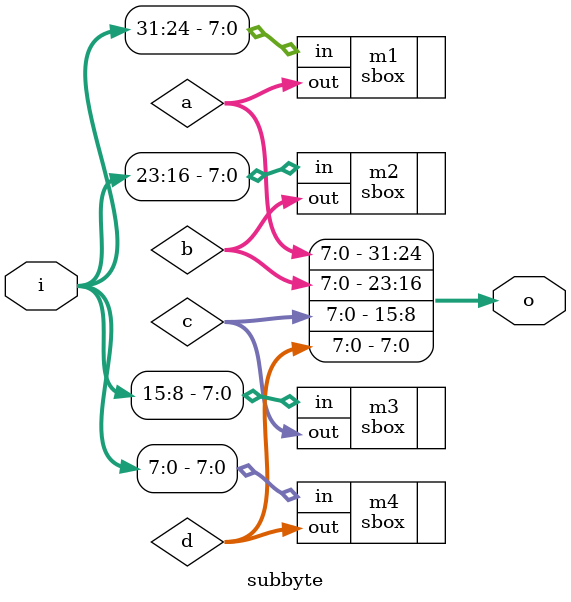
<source format=v>
module subbyte(i,o);

input [31:0]i;
output [31:0]o;

wire [7:0]a,b,c,d;

sbox m1(.in(i[31:24]),.out(a));
sbox m2(.in(i[23:16]),.out(b));
sbox m3(.in(i[15:8]),.out(c));
sbox m4(.in(i[7:0]),.out(d));

assign o = {a,b,c,d};

endmodule

</source>
